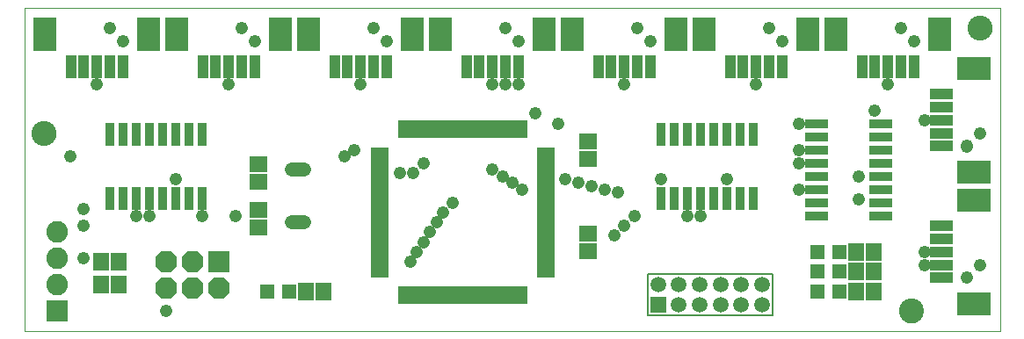
<source format=gts>
G75*
%MOIN*%
%OFA0B0*%
%FSLAX24Y24*%
%IPPOS*%
%LPD*%
%AMOC8*
5,1,8,0,0,1.08239X$1,22.5*
%
%ADD10C,0.0000*%
%ADD11C,0.0946*%
%ADD12R,0.0198X0.0671*%
%ADD13R,0.0671X0.0198*%
%ADD14R,0.0592X0.0671*%
%ADD15C,0.0520*%
%ADD16R,0.0671X0.0592*%
%ADD17R,0.0820X0.0820*%
%ADD18C,0.0820*%
%ADD19R,0.0395X0.0867*%
%ADD20R,0.0907X0.1261*%
%ADD21R,0.0867X0.0395*%
%ADD22R,0.1261X0.0907*%
%ADD23R,0.0880X0.0340*%
%ADD24R,0.0340X0.0880*%
%ADD25R,0.0552X0.0552*%
%ADD26OC8,0.0820*%
%ADD27R,0.0595X0.0595*%
%ADD28C,0.0595*%
%ADD29C,0.0050*%
%ADD30C,0.0476*%
D10*
X000100Y000100D02*
X000100Y012350D01*
X037100Y012350D01*
X037100Y000100D01*
X000100Y000100D01*
X000417Y007600D02*
X000419Y007641D01*
X000425Y007682D01*
X000435Y007722D01*
X000448Y007761D01*
X000465Y007798D01*
X000486Y007834D01*
X000510Y007868D01*
X000537Y007899D01*
X000566Y007927D01*
X000599Y007953D01*
X000633Y007975D01*
X000670Y007994D01*
X000708Y008009D01*
X000748Y008021D01*
X000788Y008029D01*
X000829Y008033D01*
X000871Y008033D01*
X000912Y008029D01*
X000952Y008021D01*
X000992Y008009D01*
X001030Y007994D01*
X001066Y007975D01*
X001101Y007953D01*
X001134Y007927D01*
X001163Y007899D01*
X001190Y007868D01*
X001214Y007834D01*
X001235Y007798D01*
X001252Y007761D01*
X001265Y007722D01*
X001275Y007682D01*
X001281Y007641D01*
X001283Y007600D01*
X001281Y007559D01*
X001275Y007518D01*
X001265Y007478D01*
X001252Y007439D01*
X001235Y007402D01*
X001214Y007366D01*
X001190Y007332D01*
X001163Y007301D01*
X001134Y007273D01*
X001101Y007247D01*
X001067Y007225D01*
X001030Y007206D01*
X000992Y007191D01*
X000952Y007179D01*
X000912Y007171D01*
X000871Y007167D01*
X000829Y007167D01*
X000788Y007171D01*
X000748Y007179D01*
X000708Y007191D01*
X000670Y007206D01*
X000634Y007225D01*
X000599Y007247D01*
X000566Y007273D01*
X000537Y007301D01*
X000510Y007332D01*
X000486Y007366D01*
X000465Y007402D01*
X000448Y007439D01*
X000435Y007478D01*
X000425Y007518D01*
X000419Y007559D01*
X000417Y007600D01*
X033292Y000850D02*
X033294Y000891D01*
X033300Y000932D01*
X033310Y000972D01*
X033323Y001011D01*
X033340Y001048D01*
X033361Y001084D01*
X033385Y001118D01*
X033412Y001149D01*
X033441Y001177D01*
X033474Y001203D01*
X033508Y001225D01*
X033545Y001244D01*
X033583Y001259D01*
X033623Y001271D01*
X033663Y001279D01*
X033704Y001283D01*
X033746Y001283D01*
X033787Y001279D01*
X033827Y001271D01*
X033867Y001259D01*
X033905Y001244D01*
X033941Y001225D01*
X033976Y001203D01*
X034009Y001177D01*
X034038Y001149D01*
X034065Y001118D01*
X034089Y001084D01*
X034110Y001048D01*
X034127Y001011D01*
X034140Y000972D01*
X034150Y000932D01*
X034156Y000891D01*
X034158Y000850D01*
X034156Y000809D01*
X034150Y000768D01*
X034140Y000728D01*
X034127Y000689D01*
X034110Y000652D01*
X034089Y000616D01*
X034065Y000582D01*
X034038Y000551D01*
X034009Y000523D01*
X033976Y000497D01*
X033942Y000475D01*
X033905Y000456D01*
X033867Y000441D01*
X033827Y000429D01*
X033787Y000421D01*
X033746Y000417D01*
X033704Y000417D01*
X033663Y000421D01*
X033623Y000429D01*
X033583Y000441D01*
X033545Y000456D01*
X033509Y000475D01*
X033474Y000497D01*
X033441Y000523D01*
X033412Y000551D01*
X033385Y000582D01*
X033361Y000616D01*
X033340Y000652D01*
X033323Y000689D01*
X033310Y000728D01*
X033300Y000768D01*
X033294Y000809D01*
X033292Y000850D01*
X035917Y011600D02*
X035919Y011641D01*
X035925Y011682D01*
X035935Y011722D01*
X035948Y011761D01*
X035965Y011798D01*
X035986Y011834D01*
X036010Y011868D01*
X036037Y011899D01*
X036066Y011927D01*
X036099Y011953D01*
X036133Y011975D01*
X036170Y011994D01*
X036208Y012009D01*
X036248Y012021D01*
X036288Y012029D01*
X036329Y012033D01*
X036371Y012033D01*
X036412Y012029D01*
X036452Y012021D01*
X036492Y012009D01*
X036530Y011994D01*
X036566Y011975D01*
X036601Y011953D01*
X036634Y011927D01*
X036663Y011899D01*
X036690Y011868D01*
X036714Y011834D01*
X036735Y011798D01*
X036752Y011761D01*
X036765Y011722D01*
X036775Y011682D01*
X036781Y011641D01*
X036783Y011600D01*
X036781Y011559D01*
X036775Y011518D01*
X036765Y011478D01*
X036752Y011439D01*
X036735Y011402D01*
X036714Y011366D01*
X036690Y011332D01*
X036663Y011301D01*
X036634Y011273D01*
X036601Y011247D01*
X036567Y011225D01*
X036530Y011206D01*
X036492Y011191D01*
X036452Y011179D01*
X036412Y011171D01*
X036371Y011167D01*
X036329Y011167D01*
X036288Y011171D01*
X036248Y011179D01*
X036208Y011191D01*
X036170Y011206D01*
X036134Y011225D01*
X036099Y011247D01*
X036066Y011273D01*
X036037Y011301D01*
X036010Y011332D01*
X035986Y011366D01*
X035965Y011402D01*
X035948Y011439D01*
X035935Y011478D01*
X035925Y011518D01*
X035919Y011559D01*
X035917Y011600D01*
D11*
X036350Y011600D03*
X033725Y000850D03*
X000850Y007600D03*
D12*
X014363Y007750D03*
X014560Y007750D03*
X014756Y007750D03*
X014953Y007750D03*
X015150Y007750D03*
X015347Y007750D03*
X015544Y007750D03*
X015741Y007750D03*
X015938Y007750D03*
X016134Y007750D03*
X016331Y007750D03*
X016528Y007750D03*
X016725Y007750D03*
X016922Y007750D03*
X017119Y007750D03*
X017316Y007750D03*
X017512Y007750D03*
X017709Y007750D03*
X017906Y007750D03*
X018103Y007750D03*
X018300Y007750D03*
X018497Y007750D03*
X018694Y007750D03*
X018890Y007750D03*
X019087Y007750D03*
X019087Y001450D03*
X018890Y001450D03*
X018694Y001450D03*
X018497Y001450D03*
X018300Y001450D03*
X018103Y001450D03*
X017906Y001450D03*
X017709Y001450D03*
X017512Y001450D03*
X017316Y001450D03*
X017119Y001450D03*
X016922Y001450D03*
X016725Y001450D03*
X016528Y001450D03*
X016331Y001450D03*
X016134Y001450D03*
X015938Y001450D03*
X015741Y001450D03*
X015544Y001450D03*
X015347Y001450D03*
X015150Y001450D03*
X014953Y001450D03*
X014756Y001450D03*
X014560Y001450D03*
X014363Y001450D03*
D13*
X013575Y002238D03*
X013575Y002435D03*
X013575Y002631D03*
X013575Y002828D03*
X013575Y003025D03*
X013575Y003222D03*
X013575Y003419D03*
X013575Y003616D03*
X013575Y003813D03*
X013575Y004009D03*
X013575Y004206D03*
X013575Y004403D03*
X013575Y004600D03*
X013575Y004797D03*
X013575Y004994D03*
X013575Y005191D03*
X013575Y005387D03*
X013575Y005584D03*
X013575Y005781D03*
X013575Y005978D03*
X013575Y006175D03*
X013575Y006372D03*
X013575Y006569D03*
X013575Y006765D03*
X013575Y006962D03*
X019875Y006962D03*
X019875Y006765D03*
X019875Y006569D03*
X019875Y006372D03*
X019875Y006175D03*
X019875Y005978D03*
X019875Y005781D03*
X019875Y005584D03*
X019875Y005387D03*
X019875Y005191D03*
X019875Y004994D03*
X019875Y004797D03*
X019875Y004600D03*
X019875Y004403D03*
X019875Y004206D03*
X019875Y004009D03*
X019875Y003813D03*
X019875Y003616D03*
X019875Y003419D03*
X019875Y003222D03*
X019875Y003025D03*
X019875Y002828D03*
X019875Y002631D03*
X019875Y002435D03*
X019875Y002238D03*
D14*
X011435Y001600D03*
X010765Y001600D03*
X003685Y001850D03*
X003015Y001850D03*
X003015Y002725D03*
X003685Y002725D03*
X031640Y002350D03*
X032310Y002350D03*
X032310Y001600D03*
X031640Y001600D03*
X031640Y003100D03*
X032310Y003100D03*
D15*
X010695Y004225D02*
X010255Y004225D01*
X010255Y006225D02*
X010695Y006225D01*
D16*
X008975Y006435D03*
X008975Y005765D03*
X008975Y004685D03*
X008975Y004015D03*
X021475Y003810D03*
X021475Y003140D03*
X021475Y006640D03*
X021475Y007310D03*
D17*
X007475Y002725D03*
X001350Y000850D03*
D18*
X001350Y001850D03*
X001350Y002850D03*
X001350Y003850D03*
D19*
X001866Y010116D03*
X002358Y010116D03*
X002850Y010116D03*
X003342Y010116D03*
X003834Y010116D03*
X006866Y010116D03*
X007358Y010116D03*
X007850Y010116D03*
X008342Y010116D03*
X008834Y010116D03*
X011866Y010116D03*
X012358Y010116D03*
X012850Y010116D03*
X013342Y010116D03*
X013834Y010116D03*
X016866Y010116D03*
X017358Y010116D03*
X017850Y010116D03*
X018342Y010116D03*
X018834Y010116D03*
X021866Y010116D03*
X022358Y010116D03*
X022850Y010116D03*
X023342Y010116D03*
X023834Y010116D03*
X026866Y010116D03*
X027358Y010116D03*
X027850Y010116D03*
X028342Y010116D03*
X028834Y010116D03*
X031866Y010116D03*
X032358Y010116D03*
X032850Y010116D03*
X033342Y010116D03*
X033834Y010116D03*
D20*
X034819Y011346D03*
X030881Y011346D03*
X029819Y011346D03*
X025881Y011346D03*
X024819Y011346D03*
X020881Y011346D03*
X019819Y011346D03*
X015881Y011346D03*
X014819Y011346D03*
X010881Y011346D03*
X009819Y011346D03*
X005881Y011346D03*
X004819Y011346D03*
X000881Y011346D03*
D21*
X034866Y009084D03*
X034866Y008592D03*
X034866Y008100D03*
X034866Y007608D03*
X034866Y007116D03*
X034866Y004084D03*
X034866Y003592D03*
X034866Y003100D03*
X034866Y002608D03*
X034866Y002116D03*
D22*
X036096Y001131D03*
X036096Y005069D03*
X036096Y006131D03*
X036096Y010069D03*
D23*
X032560Y007975D03*
X032560Y007475D03*
X032560Y006975D03*
X032560Y006475D03*
X032560Y005975D03*
X032560Y005475D03*
X032560Y004975D03*
X032560Y004475D03*
X030140Y004475D03*
X030140Y004975D03*
X030140Y005475D03*
X030140Y005975D03*
X030140Y006475D03*
X030140Y006975D03*
X030140Y007475D03*
X030140Y007975D03*
D24*
X027725Y007560D03*
X027225Y007560D03*
X026725Y007560D03*
X026225Y007560D03*
X025725Y007560D03*
X025225Y007560D03*
X024725Y007560D03*
X024225Y007560D03*
X024225Y005140D03*
X024725Y005140D03*
X025225Y005140D03*
X025725Y005140D03*
X026225Y005140D03*
X026725Y005140D03*
X027225Y005140D03*
X027725Y005140D03*
X006850Y005140D03*
X006350Y005140D03*
X005850Y005140D03*
X005350Y005140D03*
X004850Y005140D03*
X004350Y005140D03*
X003850Y005140D03*
X003350Y005140D03*
X003350Y007560D03*
X003850Y007560D03*
X004350Y007560D03*
X004850Y007560D03*
X005350Y007560D03*
X005850Y007560D03*
X006350Y007560D03*
X006850Y007560D03*
D25*
X009312Y001600D03*
X010138Y001600D03*
X030187Y001600D03*
X031013Y001600D03*
X031013Y002350D03*
X030187Y002350D03*
X030187Y003100D03*
X031013Y003100D03*
D26*
X007475Y001725D03*
X006475Y001725D03*
X005475Y001725D03*
X005475Y002725D03*
X006475Y002725D03*
D27*
X024131Y001081D03*
D28*
X024919Y001081D03*
X025706Y001081D03*
X026494Y001081D03*
X027281Y001081D03*
X028069Y001081D03*
X028069Y001869D03*
X027281Y001869D03*
X026494Y001869D03*
X025706Y001869D03*
X024919Y001869D03*
X024131Y001869D03*
D29*
X023738Y002262D02*
X023738Y000688D01*
X028462Y000688D01*
X028462Y002262D01*
X023738Y002262D01*
D30*
X022475Y003725D03*
X022850Y004100D03*
X023225Y004475D03*
X025225Y004475D03*
X025725Y004475D03*
X022600Y005350D03*
X022100Y005475D03*
X021600Y005600D03*
X021100Y005725D03*
X020600Y005850D03*
X018975Y005475D03*
X018600Y005725D03*
X018225Y005975D03*
X017850Y006225D03*
X015225Y006475D03*
X014850Y006100D03*
X014350Y006100D03*
X012225Y006725D03*
X012600Y006975D03*
X016350Y004975D03*
X015975Y004600D03*
X015725Y004225D03*
X015475Y003850D03*
X015225Y003475D03*
X014975Y003100D03*
X014725Y002725D03*
X008100Y004475D03*
X006850Y004475D03*
X004850Y004475D03*
X004350Y004475D03*
X002350Y004725D03*
X002350Y004100D03*
X002350Y002850D03*
X005475Y000850D03*
X005850Y005850D03*
X001850Y006725D03*
X002850Y009475D03*
X003850Y011100D03*
X003350Y011600D03*
X008342Y011600D03*
X008834Y011100D03*
X013342Y011600D03*
X013834Y011100D03*
X018342Y011600D03*
X018850Y011100D03*
X023342Y011600D03*
X023350Y011600D03*
X023834Y011100D03*
X028350Y011600D03*
X028850Y011100D03*
X033342Y011600D03*
X033834Y011100D03*
X032850Y009475D03*
X032350Y008475D03*
X034225Y008100D03*
X036350Y007608D03*
X036350Y007600D03*
X035850Y007116D03*
X035850Y007100D03*
X031725Y005975D03*
X029475Y005475D03*
X031725Y005100D03*
X029475Y006475D03*
X029475Y006975D03*
X029475Y007975D03*
X027850Y009475D03*
X022850Y009475D03*
X019475Y008350D03*
X020350Y007975D03*
X018850Y009475D03*
X018350Y009475D03*
X017850Y009475D03*
X012850Y009475D03*
X007850Y009475D03*
X024225Y005850D03*
X026725Y005850D03*
X034225Y003100D03*
X034225Y002600D03*
X035850Y002116D03*
X036350Y002608D03*
M02*

</source>
